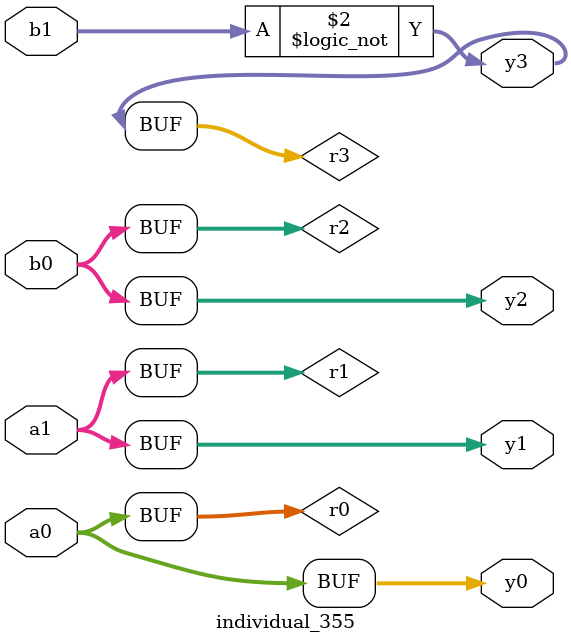
<source format=sv>
module individual_355(input logic [15:0] a1, input logic [15:0] a0, input logic [15:0] b1, input logic [15:0] b0, output logic [15:0] y3, output logic [15:0] y2, output logic [15:0] y1, output logic [15:0] y0);
logic [15:0] r0, r1, r2, r3; 
 always@(*) begin 
	 r0 = a0; r1 = a1; r2 = b0; r3 = b1; 
 	 r3 = ! r3 ;
 	 y3 = r3; y2 = r2; y1 = r1; y0 = r0; 
end
endmodule
</source>
